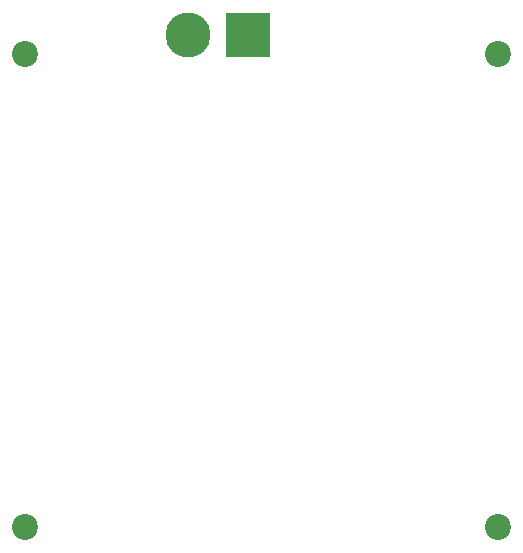
<source format=gbs>
G04 #@! TF.GenerationSoftware,KiCad,Pcbnew,8.0.1*
G04 #@! TF.CreationDate,2025-02-17T13:19:52+05:00*
G04 #@! TF.ProjectId,2s_power,32735f70-6f77-4657-922e-6b696361645f,rev?*
G04 #@! TF.SameCoordinates,Original*
G04 #@! TF.FileFunction,Soldermask,Bot*
G04 #@! TF.FilePolarity,Negative*
%FSLAX46Y46*%
G04 Gerber Fmt 4.6, Leading zero omitted, Abs format (unit mm)*
G04 Created by KiCad (PCBNEW 8.0.1) date 2025-02-17 13:19:52*
%MOMM*%
%LPD*%
G01*
G04 APERTURE LIST*
%ADD10C,2.200000*%
%ADD11R,3.800000X3.800000*%
%ADD12C,3.800000*%
G04 APERTURE END LIST*
D10*
X185000000Y-125000000D03*
X145000000Y-85000000D03*
X145000000Y-125000000D03*
X185000000Y-85000000D03*
D11*
X163800000Y-83400000D03*
D12*
X158800000Y-83400000D03*
M02*

</source>
